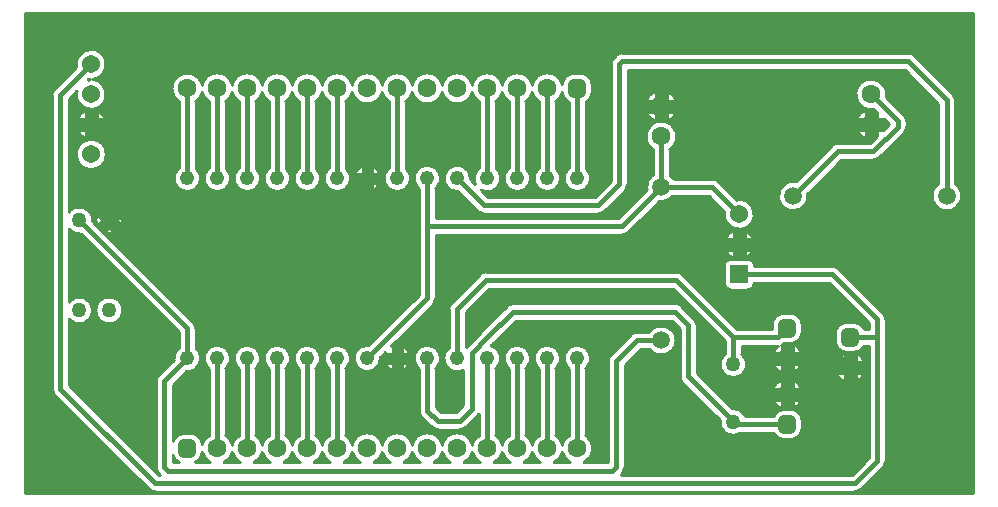
<source format=gbr>
G04 Generated by Ultiboard 14.0 *
%FSLAX24Y24*%
%MOIN*%

%ADD10C,0.0001*%
%ADD11C,0.0100*%
%ADD12C,0.0170*%
%ADD13C,0.0500*%
%ADD14C,0.0633*%
%ADD15R,0.0208X0.0208*%
%ADD16C,0.0392*%
%ADD17C,0.0490*%
%ADD18C,0.0605*%
%ADD19R,0.0605X0.0605*%
%ADD20C,0.0591*%


G04 ColorRGB 0000FF for the following layer *
%LNCopper Bottom*%
%LPD*%
G54D10*
G36*
X41399Y12500D02*
X41399Y12500D01*
X9800Y12500D01*
X9800Y28499D01*
X41399Y28499D01*
X41399Y12500D01*
D02*
G37*
%LPC*%
G36*
X36903Y20002D02*
G74*
D01*
G03X36700Y20086I202J202*
G01*
X36700Y20086D01*
X34103Y20086D01*
X34103Y20102D01*
G74*
D01*
G03X33902Y20303I201J0*
G01*
X33902Y20303D01*
X33298Y20303D01*
G75*
D01*
G03X33097Y20102I0J-201*
G01*
X33097Y20102D01*
X33097Y19498D01*
G75*
D01*
G03X33298Y19297I201J0*
G01*
X33298Y19297D01*
X33902Y19297D01*
G75*
D01*
G03X34103Y19498I0J201*
G01*
X34103Y19498D01*
X34103Y19514D01*
X36581Y19514D01*
X37745Y18350D01*
X37914Y18181D01*
X37914Y17986D01*
X37758Y17986D01*
G74*
D01*
G03X37404Y18202I354J182*
G01*
X37404Y18202D01*
X37196Y18202D01*
G75*
D01*
G03X36798Y17804I0J-398*
G01*
X36798Y17804D01*
X36798Y17596D01*
G75*
D01*
G03X37196Y17198I398J0*
G01*
X37196Y17198D01*
X37404Y17198D01*
G74*
D01*
G03X37758Y17414I0J398*
G01*
X37758Y17414D01*
X37914Y17414D01*
X37914Y13698D01*
X37745Y13529D01*
X37344Y13128D01*
X29654Y13128D01*
X29702Y13177D01*
G75*
D01*
G03X29786Y13379I-201J202*
G01*
X29786Y13379D01*
X29786Y16781D01*
X30319Y17314D01*
X30596Y17314D01*
G75*
D01*
G03X30596Y17886I403J286*
G01*
X30596Y17886D01*
X30200Y17886D01*
G75*
D01*
G03X29997Y17803I-2J-286*
G01*
X29997Y17803D01*
X29297Y17103D01*
G75*
D01*
G03X29214Y16900I204J-202*
G01*
X29214Y16900D01*
X29214Y13536D01*
X28428Y13536D01*
G75*
D01*
G03X28486Y14430I-227J464*
G01*
X28486Y14430D01*
X28486Y16659D01*
G75*
D01*
G03X27914Y16659I-286J341*
G01*
X27914Y16659D01*
X27914Y14430D01*
G74*
D01*
G03X27700Y14130I285J430*
G01*
G74*
D01*
G03X27486Y14430I499J130*
G01*
X27486Y14430D01*
X27486Y16659D01*
G75*
D01*
G03X26914Y16659I-286J341*
G01*
X26914Y16659D01*
X26914Y14430D01*
G74*
D01*
G03X26700Y14130I285J430*
G01*
G74*
D01*
G03X26486Y14430I499J130*
G01*
X26486Y14430D01*
X26486Y16659D01*
G75*
D01*
G03X25914Y16659I-286J341*
G01*
X25914Y16659D01*
X25914Y14430D01*
G74*
D01*
G03X25700Y14130I285J430*
G01*
G74*
D01*
G03X25486Y14430I499J130*
G01*
X25486Y14430D01*
X25486Y16659D01*
G75*
D01*
G03X25331Y17425I-286J341*
G01*
X25331Y17425D01*
X25402Y17496D01*
G74*
D01*
G03X25418Y17513I200J204*
G01*
X25418Y17513D01*
X26164Y18259D01*
X31352Y18259D01*
X31614Y17997D01*
X31614Y16400D01*
G75*
D01*
G03X31697Y16197I286J-2*
G01*
X31697Y16197D01*
X32954Y14941D01*
G75*
D01*
G03X33657Y14514I445J-59*
G01*
X33657Y14514D01*
X34742Y14514D01*
G75*
D01*
G03X35096Y14298I354J182*
G01*
X35096Y14298D01*
X35304Y14298D01*
G75*
D01*
G03X35702Y14696I0J398*
G01*
X35702Y14696D01*
X35702Y14904D01*
G74*
D01*
G03X35304Y15302I398J0*
G01*
X35304Y15302D01*
X35096Y15302D01*
G75*
D01*
G03X34742Y15086I0J-398*
G01*
X34742Y15086D01*
X33802Y15086D01*
G75*
D01*
G03X33373Y15332I-402J-203*
G01*
X33373Y15332D01*
X32186Y16519D01*
X32186Y18116D01*
G74*
D01*
G03X32102Y18319I286J1*
G01*
X32102Y18319D01*
X31673Y18747D01*
G74*
D01*
G03X31571Y18814I204J199*
G01*
G75*
D01*
G03X31470Y18832I-100J-268*
G01*
X31470Y18832D01*
X26045Y18832D01*
G75*
D01*
G03X26001Y18828I4J-287*
G01*
G74*
D01*
G03X25843Y18748I44J283*
G01*
X25843Y18748D01*
X24997Y17903D01*
G74*
D01*
G03X24982Y17885I213J193*
G01*
X24982Y17885D01*
X24486Y17390D01*
X24486Y18531D01*
X25269Y19314D01*
X31381Y19314D01*
X33114Y17581D01*
X33114Y17147D01*
G75*
D01*
G03X33686Y17147I286J-346*
G01*
X33686Y17147D01*
X33686Y17414D01*
X34890Y17414D01*
G74*
D01*
G03X34717Y17183I311J413*
G01*
X34717Y17183D01*
X35017Y17183D01*
X35017Y17439D01*
G74*
D01*
G03X35103Y17498I116J261*
G01*
X35103Y17498D01*
X35103Y17498D01*
X35304Y17498D01*
G75*
D01*
G03X35702Y17896I0J398*
G01*
X35702Y17896D01*
X35702Y18104D01*
G74*
D01*
G03X35304Y18502I398J0*
G01*
X35304Y18502D01*
X35096Y18502D01*
G75*
D01*
G03X34698Y18104I0J-398*
G01*
X34698Y18104D01*
X34698Y17986D01*
X33519Y17986D01*
X31703Y19802D01*
G74*
D01*
G03X31588Y19873I203J201*
G01*
G75*
D01*
G03X31500Y19886I-85J-273*
G01*
X31500Y19886D01*
X25150Y19886D01*
G75*
D01*
G03X25063Y19873I-2J-286*
G01*
G74*
D01*
G03X24947Y19803I86J273*
G01*
X24947Y19803D01*
X23997Y18853D01*
G75*
D01*
G03X23914Y18649I204J-202*
G01*
X23914Y18649D01*
X23914Y17341D01*
G75*
D01*
G03X24401Y16603I286J-341*
G01*
X24401Y16603D01*
X24401Y15432D01*
X24171Y15202D01*
X23666Y15202D01*
X23486Y15382D01*
X23486Y16659D01*
G75*
D01*
G03X22914Y16659I-286J341*
G01*
X22914Y16659D01*
X22914Y15264D01*
G75*
D01*
G03X22997Y15061I286J-2*
G01*
X22997Y15061D01*
X23345Y14713D01*
X23345Y14713D01*
G75*
D01*
G03X23548Y14629I202J202*
G01*
X23548Y14629D01*
X24289Y14629D01*
G75*
D01*
G03X24356Y14637I0J286*
G01*
G74*
D01*
G03X24492Y14713I66J277*
G01*
X24492Y14713D01*
X24889Y15110D01*
G74*
D01*
G03X24914Y15138I200J204*
G01*
X24914Y15138D01*
X24914Y14430D01*
G74*
D01*
G03X24700Y14130I285J430*
G01*
G75*
D01*
G03X23700Y14130I-500J-127*
G01*
G75*
D01*
G03X22700Y14130I-500J-127*
G01*
G75*
D01*
G03X21700Y14130I-500J-127*
G01*
G75*
D01*
G03X20700Y14130I-500J-127*
G01*
G74*
D01*
G03X20486Y14430I499J130*
G01*
X20486Y14430D01*
X20486Y16659D01*
G75*
D01*
G03X19914Y16659I-286J341*
G01*
X19914Y16659D01*
X19914Y14430D01*
G74*
D01*
G03X19700Y14130I285J430*
G01*
G74*
D01*
G03X19486Y14430I499J130*
G01*
X19486Y14430D01*
X19486Y16659D01*
G75*
D01*
G03X18914Y16659I-286J341*
G01*
X18914Y16659D01*
X18914Y14430D01*
G74*
D01*
G03X18700Y14130I285J430*
G01*
G74*
D01*
G03X18486Y14430I499J130*
G01*
X18486Y14430D01*
X18486Y16659D01*
G75*
D01*
G03X17914Y16659I-286J341*
G01*
X17914Y16659D01*
X17914Y14430D01*
G74*
D01*
G03X17700Y14130I285J430*
G01*
G74*
D01*
G03X17486Y14430I499J130*
G01*
X17486Y14430D01*
X17486Y16659D01*
G75*
D01*
G03X16914Y16659I-286J341*
G01*
X16914Y16659D01*
X16914Y14430D01*
G74*
D01*
G03X16700Y14130I285J430*
G01*
G74*
D01*
G03X16486Y14430I499J130*
G01*
X16486Y14430D01*
X16486Y16659D01*
G75*
D01*
G03X15914Y16659I-286J341*
G01*
X15914Y16659D01*
X15914Y14430D01*
G74*
D01*
G03X15701Y14133I286J430*
G01*
G74*
D01*
G03X15304Y14502I397J29*
G01*
X15304Y14502D01*
X15096Y14502D01*
G75*
D01*
G03X14724Y14245I0J-398*
G01*
X14724Y14245D01*
X14724Y16119D01*
X15162Y16557D01*
G75*
D01*
G03X15486Y17341I41J442*
G01*
X15486Y17341D01*
X15486Y18000D01*
G74*
D01*
G03X15402Y18203I286J1*
G01*
X15402Y18203D01*
X12415Y21190D01*
G75*
D01*
G03X12785Y21190I185J409*
G01*
X12785Y21190D01*
X12600Y21374D01*
X12415Y21190D01*
X12190Y21415D01*
X12322Y21547D01*
X12374Y21600D01*
X12190Y21785D01*
G75*
D01*
G03X12190Y21415I409J-185*
G01*
X12190Y21415D01*
X12058Y21547D01*
X12058Y21547D01*
X12048Y21557D01*
G75*
D01*
G03X11257Y21891I-448J43*
G01*
X11257Y21891D01*
X11257Y25652D01*
X11508Y25903D01*
G75*
D01*
G03X12050Y26300I491J-102*
G01*
G75*
D01*
G03X11506Y26711I-50J500*
G01*
X11506Y26711D01*
X10768Y25973D01*
G74*
D01*
G03X10685Y25790I202J202*
G01*
G75*
D01*
G03X10684Y25771I285J-25*
G01*
X10684Y25771D01*
X10684Y21547D01*
X10684Y21547D01*
X10684Y15997D01*
G75*
D01*
G03X10768Y15794I287J0*
G01*
X10768Y15794D01*
X13923Y12639D01*
G74*
D01*
G03X14030Y12572I202J204*
G01*
G75*
D01*
G03X14126Y12555I97J269*
G01*
X14126Y12555D01*
X37462Y12555D01*
G74*
D01*
G03X37665Y12639I0J287*
G01*
X37665Y12639D01*
X38402Y13377D01*
G75*
D01*
G03X38486Y13579I-201J202*
G01*
X38486Y13579D01*
X38486Y18300D01*
G74*
D01*
G03X38402Y18503I286J1*
G01*
X38402Y18503D01*
X37745Y19160D01*
X37745Y19160D01*
X36903Y20002D01*
D02*
G37*
G36*
X38102Y25293D02*
X38102Y25293D01*
X38183Y25212D01*
X38183Y24983D01*
X38412Y24983D01*
X38580Y24815D01*
X38382Y24617D01*
X38183Y24617D01*
X38183Y24418D01*
X37952Y24186D01*
X36889Y24186D01*
G75*
D01*
G03X36686Y24103I-2J-286*
G01*
X36686Y24103D01*
X35483Y22900D01*
G75*
D01*
G03X35888Y22495I-83J-488*
G01*
X35888Y22495D01*
X37007Y23614D01*
X38071Y23614D01*
G74*
D01*
G03X38273Y23698I0J286*
G01*
X38273Y23698D01*
X39102Y24527D01*
G75*
D01*
G03X39186Y24729I-201J202*
G01*
X39186Y24729D01*
X39186Y24900D01*
G74*
D01*
G03X39102Y25103I286J1*
G01*
X39102Y25103D01*
X38507Y25698D01*
G75*
D01*
G03X38102Y25293I-507J102*
G01*
D02*
G37*
G36*
X29886Y22800D02*
X29886Y22800D01*
X29886Y26614D01*
X39111Y26614D01*
X40232Y25493D01*
X40232Y22816D01*
G75*
D01*
G03X40804Y22816I286J-403*
G01*
X40804Y22816D01*
X40804Y25612D01*
G74*
D01*
G03X40720Y25815I286J1*
G01*
X40720Y25815D01*
X39433Y27102D01*
G74*
D01*
G03X39313Y27174I203J202*
G01*
G75*
D01*
G03X39230Y27186I-82J-274*
G01*
X39230Y27186D01*
X29700Y27186D01*
G75*
D01*
G03X29677Y27185I1J-286*
G01*
G74*
D01*
G03X29497Y27103I21J284*
G01*
X29497Y27103D01*
X29397Y27003D01*
G75*
D01*
G03X29314Y26799I204J-202*
G01*
X29314Y26799D01*
X29314Y22919D01*
X28781Y22386D01*
X25219Y22386D01*
X25005Y22600D01*
G75*
D01*
G03X25486Y23341I195J400*
G01*
X25486Y23341D01*
X25486Y25570D01*
G74*
D01*
G03X25700Y25870I285J430*
G01*
G74*
D01*
G03X25914Y25570I499J130*
G01*
X25914Y25570D01*
X25914Y23341D01*
G75*
D01*
G03X26486Y23341I286J-341*
G01*
X26486Y23341D01*
X26486Y25570D01*
G74*
D01*
G03X26700Y25870I285J430*
G01*
G74*
D01*
G03X26914Y25570I499J130*
G01*
X26914Y25570D01*
X26914Y23341D01*
G75*
D01*
G03X27486Y23341I286J-341*
G01*
X27486Y23341D01*
X27486Y25570D01*
G74*
D01*
G03X27699Y25867I286J430*
G01*
G74*
D01*
G03X27914Y25542I397J29*
G01*
X27914Y25542D01*
X27914Y23341D01*
G75*
D01*
G03X28486Y23341I286J-341*
G01*
X28486Y23341D01*
X28486Y25542D01*
G75*
D01*
G03X28702Y25896I-182J354*
G01*
X28702Y25896D01*
X28702Y26104D01*
G74*
D01*
G03X28304Y26502I398J0*
G01*
X28304Y26502D01*
X28096Y26502D01*
G75*
D01*
G03X27699Y26133I0J-398*
G01*
G75*
D01*
G03X26700Y26130I-499J-131*
G01*
G75*
D01*
G03X25700Y26130I-500J-127*
G01*
G75*
D01*
G03X24700Y26130I-500J-127*
G01*
G75*
D01*
G03X23700Y26130I-500J-127*
G01*
G75*
D01*
G03X22700Y26130I-500J-127*
G01*
G75*
D01*
G03X21700Y26130I-500J-127*
G01*
G75*
D01*
G03X20700Y26130I-500J-127*
G01*
G75*
D01*
G03X19700Y26130I-500J-127*
G01*
G75*
D01*
G03X18700Y26130I-500J-127*
G01*
G75*
D01*
G03X17700Y26130I-500J-127*
G01*
G75*
D01*
G03X16700Y26130I-500J-127*
G01*
G75*
D01*
G03X15700Y26130I-500J-127*
G01*
G75*
D01*
G03X14914Y25570I-499J-131*
G01*
X14914Y25570D01*
X14914Y23341D01*
G75*
D01*
G03X15486Y23341I286J-341*
G01*
X15486Y23341D01*
X15486Y25570D01*
G74*
D01*
G03X15700Y25870I285J430*
G01*
G74*
D01*
G03X15914Y25570I499J130*
G01*
X15914Y25570D01*
X15914Y23341D01*
G75*
D01*
G03X16486Y23341I286J-341*
G01*
X16486Y23341D01*
X16486Y25570D01*
G74*
D01*
G03X16700Y25870I285J430*
G01*
G74*
D01*
G03X16914Y25570I499J130*
G01*
X16914Y25570D01*
X16914Y23341D01*
G75*
D01*
G03X17486Y23341I286J-341*
G01*
X17486Y23341D01*
X17486Y25570D01*
G74*
D01*
G03X17700Y25870I285J430*
G01*
G74*
D01*
G03X17914Y25570I499J130*
G01*
X17914Y25570D01*
X17914Y23341D01*
G75*
D01*
G03X18486Y23341I286J-341*
G01*
X18486Y23341D01*
X18486Y25570D01*
G74*
D01*
G03X18700Y25870I285J430*
G01*
G74*
D01*
G03X18914Y25570I499J130*
G01*
X18914Y25570D01*
X18914Y23341D01*
G75*
D01*
G03X19486Y23341I286J-341*
G01*
X19486Y23341D01*
X19486Y25570D01*
G74*
D01*
G03X19700Y25870I285J430*
G01*
G74*
D01*
G03X19914Y25570I499J130*
G01*
X19914Y25570D01*
X19914Y23341D01*
G75*
D01*
G03X20486Y23341I286J-341*
G01*
X20486Y23341D01*
X20486Y25570D01*
G74*
D01*
G03X20700Y25870I285J430*
G01*
G75*
D01*
G03X21700Y25870I500J127*
G01*
G74*
D01*
G03X21914Y25570I499J130*
G01*
X21914Y25570D01*
X21914Y23341D01*
G75*
D01*
G03X22486Y23341I286J-341*
G01*
X22486Y23341D01*
X22486Y25570D01*
G74*
D01*
G03X22700Y25870I285J430*
G01*
G75*
D01*
G03X23700Y25870I500J127*
G01*
G75*
D01*
G03X24700Y25870I500J127*
G01*
G74*
D01*
G03X24914Y25570I499J130*
G01*
X24914Y25570D01*
X24914Y23341D01*
G75*
D01*
G03X24800Y22805I286J-341*
G01*
X24800Y22805D01*
X24643Y22962D01*
G75*
D01*
G03X24238Y22557I-442J37*
G01*
X24238Y22557D01*
X24897Y21897D01*
G74*
D01*
G03X25081Y21814I202J203*
G01*
G75*
D01*
G03X25100Y21814I10J286*
G01*
X25100Y21814D01*
X28900Y21814D01*
G75*
D01*
G03X28926Y21815I2J286*
G01*
G74*
D01*
G03X29103Y21898I26J285*
G01*
X29103Y21898D01*
X29802Y22597D01*
G75*
D01*
G03X29886Y22800I-202J202*
G01*
D02*
G37*
G36*
X37517Y24983D02*
X37517Y24983D01*
X37817Y24983D01*
X37817Y25283D01*
G74*
D01*
G03X37517Y24983I183J483*
G01*
D02*
G37*
G36*
X37517Y24617D02*
G74*
D01*
G03X37817Y24317I483J183*
G01*
X37817Y24317D01*
X37817Y24617D01*
X37517Y24617D01*
D02*
G37*
G36*
X37483Y17183D02*
X37483Y17183D01*
X37483Y16883D01*
X37783Y16883D01*
G74*
D01*
G03X37483Y17183I483J183*
G01*
D02*
G37*
G36*
X37483Y16217D02*
G74*
D01*
G03X37783Y16517I183J483*
G01*
X37783Y16517D01*
X37483Y16517D01*
X37483Y16217D01*
D02*
G37*
G36*
X29885Y21198D02*
X29885Y21198D01*
X30234Y21547D01*
X30234Y21547D01*
X30917Y22230D01*
G75*
D01*
G03X31391Y22414I83J488*
G01*
X31391Y22414D01*
X32581Y22414D01*
X33106Y21889D01*
G75*
D01*
G03X33511Y22294I493J-88*
G01*
X33511Y22294D01*
X32903Y22902D01*
G74*
D01*
G03X32804Y22967I203J201*
G01*
G75*
D01*
G03X32700Y22986I-103J-267*
G01*
X32700Y22986D01*
X31416Y22986D01*
G74*
D01*
G03X31286Y23122I416J267*
G01*
X31286Y23122D01*
X31286Y23970D01*
G75*
D01*
G03X30714Y23970I-286J429*
G01*
X30714Y23970D01*
X30714Y23122D01*
G75*
D01*
G03X30512Y22635I285J-404*
G01*
X30512Y22635D01*
X29563Y21686D01*
X23486Y21686D01*
X23486Y22659D01*
G75*
D01*
G03X22914Y22659I-286J341*
G01*
X22914Y22659D01*
X22914Y19119D01*
X21238Y17443D01*
G75*
D01*
G03X21643Y17038I-37J-442*
G01*
X21643Y17038D01*
X21800Y17195D01*
G74*
D01*
G03X21784Y17158I400J195*
G01*
X21784Y17158D01*
X22042Y17158D01*
X22042Y17416D01*
G74*
D01*
G03X22005Y17400I158J415*
G01*
X22005Y17400D01*
X23402Y18797D01*
G75*
D01*
G03X23486Y19000I-202J202*
G01*
X23486Y19000D01*
X23486Y21114D01*
X29682Y21114D01*
G75*
D01*
G03X29754Y21123I1J286*
G01*
G74*
D01*
G03X29885Y21198I72J277*
G01*
D02*
G37*
G36*
X13010Y21785D02*
X13010Y21785D01*
X12826Y21600D01*
X12878Y21547D01*
X13010Y21415D01*
G75*
D01*
G03X13010Y21785I-409J185*
G01*
D02*
G37*
G36*
X12767Y21547D02*
G75*
D01*
G03X12767Y21547I-167J53*
G01*
D02*
G37*
G36*
X37825Y24800D02*
G75*
D01*
G03X37825Y24800I175J0*
G01*
D02*
G37*
G36*
X21042Y22584D02*
X21042Y22584D01*
X21042Y22842D01*
X20784Y22842D01*
G74*
D01*
G03X21042Y22584I415J157*
G01*
D02*
G37*
G36*
X21025Y23000D02*
G75*
D01*
G03X21025Y23000I175J0*
G01*
D02*
G37*
G36*
X21616Y22842D02*
X21616Y22842D01*
X21358Y22842D01*
X21358Y22584D01*
G74*
D01*
G03X21616Y22842I157J415*
G01*
D02*
G37*
G36*
X20784Y23158D02*
X20784Y23158D01*
X21042Y23158D01*
X21042Y23416D01*
G74*
D01*
G03X20784Y23158I157J415*
G01*
D02*
G37*
G36*
X21358Y23416D02*
X21358Y23416D01*
X21358Y23158D01*
X21616Y23158D01*
G74*
D01*
G03X21358Y23416I415J157*
G01*
D02*
G37*
G36*
X30505Y25222D02*
G74*
D01*
G03X30822Y24905I390J73*
G01*
X30822Y24905D01*
X30822Y25222D01*
X30505Y25222D01*
D02*
G37*
G36*
X31178Y24905D02*
G74*
D01*
G03X31495Y25222I73J390*
G01*
X31495Y25222D01*
X31178Y25222D01*
X31178Y24905D01*
D02*
G37*
G36*
X30822Y25895D02*
G74*
D01*
G03X30505Y25578I73J390*
G01*
X30505Y25578D01*
X30822Y25578D01*
X30822Y25895D01*
D02*
G37*
G36*
X31495Y25578D02*
G74*
D01*
G03X31178Y25895I390J73*
G01*
X31178Y25895D01*
X31178Y25578D01*
X31495Y25578D01*
D02*
G37*
G36*
X30804Y25400D02*
G75*
D01*
G03X30804Y25400I196J0*
G01*
D02*
G37*
G36*
X12415Y22010D02*
X12415Y22010D01*
X12600Y21826D01*
X12785Y22010D01*
G75*
D01*
G03X12415Y22010I-185J-409*
G01*
D02*
G37*
G36*
X11498Y23800D02*
G75*
D01*
G03X11498Y23800I502J0*
G01*
D02*
G37*
G36*
X11822Y24330D02*
X11822Y24330D01*
X11822Y24622D01*
X11530Y24622D01*
G74*
D01*
G03X11822Y24330I470J178*
G01*
D02*
G37*
G36*
X12470Y24622D02*
X12470Y24622D01*
X12178Y24622D01*
X12178Y24330D01*
G74*
D01*
G03X12470Y24622I178J470*
G01*
D02*
G37*
G36*
X11530Y24978D02*
X11530Y24978D01*
X11822Y24978D01*
X11822Y25270D01*
G74*
D01*
G03X11530Y24978I178J470*
G01*
D02*
G37*
G36*
X11768Y24800D02*
G75*
D01*
G03X11768Y24800I232J0*
G01*
D02*
G37*
G36*
X12178Y25270D02*
X12178Y25270D01*
X12178Y24978D01*
X12470Y24978D01*
G74*
D01*
G03X12178Y25270I470J178*
G01*
D02*
G37*
G36*
X22025Y17000D02*
G75*
D01*
G03X22025Y17000I175J0*
G01*
D02*
G37*
G36*
X22616Y16842D02*
X22616Y16842D01*
X22358Y16842D01*
X22358Y16584D01*
G74*
D01*
G03X22616Y16842I157J415*
G01*
D02*
G37*
G36*
X22358Y17416D02*
X22358Y17416D01*
X22358Y17158D01*
X22616Y17158D01*
G74*
D01*
G03X22358Y17416I415J157*
G01*
D02*
G37*
G36*
X22042Y16584D02*
X22042Y16584D01*
X22042Y16842D01*
X21784Y16842D01*
G74*
D01*
G03X22042Y16584I415J157*
G01*
D02*
G37*
G36*
X34070Y20622D02*
X34070Y20622D01*
X33778Y20622D01*
X33778Y20330D01*
G74*
D01*
G03X34070Y20622I178J470*
G01*
D02*
G37*
G36*
X33422Y20330D02*
X33422Y20330D01*
X33422Y20622D01*
X33130Y20622D01*
G74*
D01*
G03X33422Y20330I470J178*
G01*
D02*
G37*
G36*
X33130Y20978D02*
X33130Y20978D01*
X33422Y20978D01*
X33422Y21270D01*
G74*
D01*
G03X33130Y20978I178J470*
G01*
D02*
G37*
G36*
X33778Y21270D02*
X33778Y21270D01*
X33778Y20978D01*
X34070Y20978D01*
G74*
D01*
G03X33778Y21270I470J178*
G01*
D02*
G37*
G36*
X33368Y20800D02*
G75*
D01*
G03X33368Y20800I232J0*
G01*
D02*
G37*
G36*
X35383Y17483D02*
X35383Y17483D01*
X35383Y17183D01*
X35683Y17183D01*
G74*
D01*
G03X35383Y17483I483J183*
G01*
D02*
G37*
G36*
X36817Y16883D02*
X36817Y16883D01*
X37117Y16883D01*
X37117Y17183D01*
G74*
D01*
G03X36817Y16883I183J483*
G01*
D02*
G37*
G36*
X35025Y17000D02*
G75*
D01*
G03X35025Y17000I175J0*
G01*
D02*
G37*
G36*
X37125Y16700D02*
G75*
D01*
G03X37125Y16700I175J0*
G01*
D02*
G37*
G36*
X37117Y16217D02*
X37117Y16217D01*
X37117Y16517D01*
X36817Y16517D01*
G74*
D01*
G03X37117Y16217I483J183*
G01*
D02*
G37*
G36*
X34717Y15983D02*
X34717Y15983D01*
X35017Y15983D01*
X35017Y16283D01*
G74*
D01*
G03X34717Y15983I183J483*
G01*
D02*
G37*
G36*
X35017Y16517D02*
X35017Y16517D01*
X35017Y16817D01*
X34717Y16817D01*
G74*
D01*
G03X35017Y16517I483J183*
G01*
D02*
G37*
G36*
X35683Y16817D02*
X35683Y16817D01*
X35383Y16817D01*
X35383Y16517D01*
G74*
D01*
G03X35683Y16817I183J483*
G01*
D02*
G37*
G36*
X35383Y16283D02*
X35383Y16283D01*
X35383Y15983D01*
X35683Y15983D01*
G74*
D01*
G03X35383Y16283I483J183*
G01*
D02*
G37*
G36*
X35017Y15317D02*
X35017Y15317D01*
X35017Y15617D01*
X34717Y15617D01*
G74*
D01*
G03X35017Y15317I483J183*
G01*
D02*
G37*
G36*
X35025Y15800D02*
G75*
D01*
G03X35025Y15800I175J0*
G01*
D02*
G37*
G36*
X35683Y15617D02*
X35683Y15617D01*
X35383Y15617D01*
X35383Y15317D01*
G74*
D01*
G03X35683Y15617I183J483*
G01*
D02*
G37*
%LPD*%
G36*
X11643Y21152D02*
X11643Y21152D01*
X14914Y17881D01*
X14914Y17341D01*
G75*
D01*
G03X14757Y16962I286J-341*
G01*
X14757Y16962D01*
X14235Y16440D01*
G75*
D01*
G03X14151Y16237I201J-202*
G01*
X14151Y16237D01*
X14151Y13380D01*
G75*
D01*
G03X14235Y13177I286J-1*
G01*
X14235Y13177D01*
X14284Y13128D01*
X14244Y13128D01*
X11257Y16115D01*
X11257Y18309D01*
G75*
D01*
G03X11257Y18891I342J291*
G01*
X11257Y18891D01*
X11257Y21309D01*
G75*
D01*
G03X11643Y21152I343J290*
G01*
D02*
G37*
%LPC*%
G36*
X12150Y18600D02*
G75*
D01*
G03X12150Y18600I450J0*
G01*
D02*
G37*
%LPD*%
G36*
X16700Y13870D02*
G74*
D01*
G03X16972Y13536I500J129*
G01*
X16972Y13536D01*
X16428Y13536D01*
G74*
D01*
G03X16700Y13870I228J463*
G01*
D02*
G37*
G36*
X17700Y13870D02*
G74*
D01*
G03X17972Y13536I500J129*
G01*
X17972Y13536D01*
X17428Y13536D01*
G74*
D01*
G03X17700Y13870I228J463*
G01*
D02*
G37*
G36*
X18972Y13536D02*
X18972Y13536D01*
X18428Y13536D01*
G74*
D01*
G03X18700Y13870I228J463*
G01*
G74*
D01*
G03X18972Y13536I500J129*
G01*
D02*
G37*
G36*
X19700Y13870D02*
G74*
D01*
G03X19972Y13536I500J129*
G01*
X19972Y13536D01*
X19428Y13536D01*
G74*
D01*
G03X19700Y13870I228J463*
G01*
D02*
G37*
G36*
X20700Y13870D02*
G74*
D01*
G03X20972Y13536I500J129*
G01*
X20972Y13536D01*
X20428Y13536D01*
G74*
D01*
G03X20700Y13870I228J463*
G01*
D02*
G37*
G36*
X21700Y13870D02*
G74*
D01*
G03X21972Y13536I500J129*
G01*
X21972Y13536D01*
X21428Y13536D01*
G74*
D01*
G03X21700Y13870I228J463*
G01*
D02*
G37*
G36*
X22972Y13536D02*
X22972Y13536D01*
X22428Y13536D01*
G74*
D01*
G03X22700Y13870I228J463*
G01*
G74*
D01*
G03X22972Y13536I500J129*
G01*
D02*
G37*
G36*
X23700Y13870D02*
G74*
D01*
G03X23972Y13536I500J129*
G01*
X23972Y13536D01*
X23428Y13536D01*
G74*
D01*
G03X23700Y13870I228J463*
G01*
D02*
G37*
G36*
X24428Y13536D02*
G74*
D01*
G03X24700Y13870I228J463*
G01*
G74*
D01*
G03X24972Y13536I500J129*
G01*
X24972Y13536D01*
X24428Y13536D01*
D02*
G37*
G36*
X25972Y13536D02*
X25972Y13536D01*
X25428Y13536D01*
G74*
D01*
G03X25700Y13870I228J463*
G01*
G74*
D01*
G03X25972Y13536I500J129*
G01*
D02*
G37*
G36*
X26972Y13536D02*
X26972Y13536D01*
X26428Y13536D01*
G74*
D01*
G03X26700Y13870I228J463*
G01*
G74*
D01*
G03X26972Y13536I500J129*
G01*
D02*
G37*
G36*
X27700Y13870D02*
G74*
D01*
G03X27972Y13536I500J129*
G01*
X27972Y13536D01*
X27428Y13536D01*
G74*
D01*
G03X27700Y13870I228J463*
G01*
D02*
G37*
G36*
X15701Y13867D02*
G74*
D01*
G03X15972Y13536I499J132*
G01*
X15972Y13536D01*
X15474Y13536D01*
G74*
D01*
G03X15701Y13867I170J360*
G01*
D02*
G37*
G36*
X14926Y13536D02*
X14926Y13536D01*
X14724Y13536D01*
X14724Y13755D01*
G74*
D01*
G03X14926Y13536I371J140*
G01*
D02*
G37*
G36*
X11950Y26300D02*
G74*
D01*
G03X11897Y26292I48J500*
G01*
X11897Y26292D01*
X11911Y26306D01*
G74*
D01*
G03X11950Y26300I96J492*
G01*
D02*
G37*
G54D11*
X36903Y20002D02*
G74*
D01*
G03X36700Y20086I202J202*
G01*
X34103Y20086D01*
X34103Y20102D01*
G74*
D01*
G03X33902Y20303I201J0*
G01*
X33298Y20303D01*
G75*
D01*
G03X33097Y20102I0J-201*
G01*
X33097Y19498D01*
G75*
D01*
G03X33298Y19297I201J0*
G01*
X33902Y19297D01*
G75*
D01*
G03X34103Y19498I0J201*
G01*
X34103Y19514D01*
X36581Y19514D01*
X37745Y18350D01*
X37914Y18181D01*
X37914Y17986D01*
X37758Y17986D01*
G74*
D01*
G03X37404Y18202I354J182*
G01*
X37196Y18202D01*
G75*
D01*
G03X36798Y17804I0J-398*
G01*
X36798Y17596D01*
G75*
D01*
G03X37196Y17198I398J0*
G01*
X37404Y17198D01*
G74*
D01*
G03X37758Y17414I0J398*
G01*
X37914Y17414D01*
X37914Y13698D01*
X37745Y13529D01*
X37344Y13128D01*
X29654Y13128D01*
X29702Y13177D01*
G75*
D01*
G03X29786Y13379I-201J202*
G01*
X29786Y16781D01*
X30319Y17314D01*
X30596Y17314D01*
G75*
D01*
G03X30596Y17886I403J286*
G01*
X30200Y17886D01*
G75*
D01*
G03X29997Y17803I-2J-286*
G01*
X29297Y17103D01*
G75*
D01*
G03X29214Y16900I204J-202*
G01*
X29214Y13536D01*
X28428Y13536D01*
G75*
D01*
G03X28486Y14430I-227J464*
G01*
X28486Y16659D01*
G75*
D01*
G03X27914Y16659I-286J341*
G01*
X27914Y14430D01*
G74*
D01*
G03X27700Y14130I285J430*
G01*
G74*
D01*
G03X27486Y14430I499J130*
G01*
X27486Y16659D01*
G75*
D01*
G03X26914Y16659I-286J341*
G01*
X26914Y14430D01*
G74*
D01*
G03X26700Y14130I285J430*
G01*
G74*
D01*
G03X26486Y14430I499J130*
G01*
X26486Y16659D01*
G75*
D01*
G03X25914Y16659I-286J341*
G01*
X25914Y14430D01*
G74*
D01*
G03X25700Y14130I285J430*
G01*
G74*
D01*
G03X25486Y14430I499J130*
G01*
X25486Y16659D01*
G75*
D01*
G03X25331Y17425I-286J341*
G01*
X25402Y17496D01*
G74*
D01*
G03X25418Y17513I200J204*
G01*
X26164Y18259D01*
X31352Y18259D01*
X31614Y17997D01*
X31614Y16400D01*
G75*
D01*
G03X31697Y16197I286J-2*
G01*
X32954Y14941D01*
G75*
D01*
G03X33657Y14514I445J-59*
G01*
X34742Y14514D01*
G75*
D01*
G03X35096Y14298I354J182*
G01*
X35304Y14298D01*
G75*
D01*
G03X35702Y14696I0J398*
G01*
X35702Y14904D01*
G74*
D01*
G03X35304Y15302I398J0*
G01*
X35096Y15302D01*
G75*
D01*
G03X34742Y15086I0J-398*
G01*
X33802Y15086D01*
G75*
D01*
G03X33373Y15332I-402J-203*
G01*
X32186Y16519D01*
X32186Y18116D01*
G74*
D01*
G03X32102Y18319I286J1*
G01*
X31673Y18747D01*
G74*
D01*
G03X31571Y18814I204J199*
G01*
G75*
D01*
G03X31470Y18832I-100J-268*
G01*
X26045Y18832D01*
G75*
D01*
G03X26001Y18828I4J-287*
G01*
G74*
D01*
G03X25843Y18748I44J283*
G01*
X24997Y17903D01*
G74*
D01*
G03X24982Y17885I213J193*
G01*
X24486Y17390D01*
X24486Y18531D01*
X25269Y19314D01*
X31381Y19314D01*
X33114Y17581D01*
X33114Y17147D01*
G75*
D01*
G03X33686Y17147I286J-346*
G01*
X33686Y17414D01*
X34890Y17414D01*
G74*
D01*
G03X34717Y17183I311J413*
G01*
X35017Y17183D01*
X35017Y17439D01*
G74*
D01*
G03X35103Y17498I116J261*
G01*
X35103Y17498D01*
X35304Y17498D01*
G75*
D01*
G03X35702Y17896I0J398*
G01*
X35702Y18104D01*
G74*
D01*
G03X35304Y18502I398J0*
G01*
X35096Y18502D01*
G75*
D01*
G03X34698Y18104I0J-398*
G01*
X34698Y17986D01*
X33519Y17986D01*
X31703Y19802D01*
G74*
D01*
G03X31588Y19873I203J201*
G01*
G75*
D01*
G03X31500Y19886I-85J-273*
G01*
X25150Y19886D01*
G75*
D01*
G03X25063Y19873I-2J-286*
G01*
G74*
D01*
G03X24947Y19803I86J273*
G01*
X23997Y18853D01*
G75*
D01*
G03X23914Y18649I204J-202*
G01*
X23914Y17341D01*
G75*
D01*
G03X24401Y16603I286J-341*
G01*
X24401Y15432D01*
X24171Y15202D01*
X23666Y15202D01*
X23486Y15382D01*
X23486Y16659D01*
G75*
D01*
G03X22914Y16659I-286J341*
G01*
X22914Y15264D01*
G75*
D01*
G03X22997Y15061I286J-2*
G01*
X23345Y14713D01*
X23345Y14713D01*
G75*
D01*
G03X23548Y14629I202J202*
G01*
X24289Y14629D01*
G75*
D01*
G03X24356Y14637I0J286*
G01*
G74*
D01*
G03X24492Y14713I66J277*
G01*
X24889Y15110D01*
G74*
D01*
G03X24914Y15138I200J204*
G01*
X24914Y14430D01*
G74*
D01*
G03X24700Y14130I285J430*
G01*
G75*
D01*
G03X23700Y14130I-500J-127*
G01*
G75*
D01*
G03X22700Y14130I-500J-127*
G01*
G75*
D01*
G03X21700Y14130I-500J-127*
G01*
G75*
D01*
G03X20700Y14130I-500J-127*
G01*
G74*
D01*
G03X20486Y14430I499J130*
G01*
X20486Y16659D01*
G75*
D01*
G03X19914Y16659I-286J341*
G01*
X19914Y14430D01*
G74*
D01*
G03X19700Y14130I285J430*
G01*
G74*
D01*
G03X19486Y14430I499J130*
G01*
X19486Y16659D01*
G75*
D01*
G03X18914Y16659I-286J341*
G01*
X18914Y14430D01*
G74*
D01*
G03X18700Y14130I285J430*
G01*
G74*
D01*
G03X18486Y14430I499J130*
G01*
X18486Y16659D01*
G75*
D01*
G03X17914Y16659I-286J341*
G01*
X17914Y14430D01*
G74*
D01*
G03X17700Y14130I285J430*
G01*
G74*
D01*
G03X17486Y14430I499J130*
G01*
X17486Y16659D01*
G75*
D01*
G03X16914Y16659I-286J341*
G01*
X16914Y14430D01*
G74*
D01*
G03X16700Y14130I285J430*
G01*
G74*
D01*
G03X16486Y14430I499J130*
G01*
X16486Y16659D01*
G75*
D01*
G03X15914Y16659I-286J341*
G01*
X15914Y14430D01*
G74*
D01*
G03X15701Y14133I286J430*
G01*
G74*
D01*
G03X15304Y14502I397J29*
G01*
X15096Y14502D01*
G75*
D01*
G03X14724Y14245I0J-398*
G01*
X14724Y16119D01*
X15162Y16557D01*
G75*
D01*
G03X15486Y17341I41J442*
G01*
X15486Y18000D01*
G74*
D01*
G03X15402Y18203I286J1*
G01*
X12415Y21190D01*
G75*
D01*
G03X12785Y21190I185J409*
G01*
X12600Y21374D01*
X12415Y21190D01*
X12190Y21415D01*
X12322Y21547D01*
X12374Y21600D01*
X12190Y21785D01*
G75*
D01*
G03X12190Y21415I409J-185*
G01*
X12058Y21547D01*
X12058Y21547D01*
X12048Y21557D01*
G75*
D01*
G03X11257Y21891I-448J43*
G01*
X11257Y25652D01*
X11508Y25903D01*
G75*
D01*
G03X12050Y26300I491J-102*
G01*
G75*
D01*
G03X11506Y26711I-50J500*
G01*
X10768Y25973D01*
G74*
D01*
G03X10685Y25790I202J202*
G01*
G75*
D01*
G03X10684Y25771I285J-25*
G01*
X10684Y21547D01*
X10684Y21547D01*
X10684Y15997D01*
G75*
D01*
G03X10768Y15794I287J0*
G01*
X13923Y12639D01*
G74*
D01*
G03X14030Y12572I202J204*
G01*
G75*
D01*
G03X14126Y12555I97J269*
G01*
X37462Y12555D01*
G74*
D01*
G03X37665Y12639I0J287*
G01*
X38402Y13377D01*
G75*
D01*
G03X38486Y13579I-201J202*
G01*
X38486Y18300D01*
G74*
D01*
G03X38402Y18503I286J1*
G01*
X37745Y19160D01*
X37745Y19160D01*
X36903Y20002D01*
X38102Y25293D02*
X38183Y25212D01*
X38183Y24983D01*
X38412Y24983D01*
X38580Y24815D01*
X38382Y24617D01*
X38183Y24617D01*
X38183Y24418D01*
X37952Y24186D01*
X36889Y24186D01*
G75*
D01*
G03X36686Y24103I-2J-286*
G01*
X35483Y22900D01*
G75*
D01*
G03X35888Y22495I-83J-488*
G01*
X37007Y23614D01*
X38071Y23614D01*
G74*
D01*
G03X38273Y23698I0J286*
G01*
X39102Y24527D01*
G75*
D01*
G03X39186Y24729I-201J202*
G01*
X39186Y24900D01*
G74*
D01*
G03X39102Y25103I286J1*
G01*
X38507Y25698D01*
G75*
D01*
G03X38102Y25293I-507J102*
G01*
X29886Y22800D02*
X29886Y26614D01*
X39111Y26614D01*
X40232Y25493D01*
X40232Y22816D01*
G75*
D01*
G03X40804Y22816I286J-403*
G01*
X40804Y25612D01*
G74*
D01*
G03X40720Y25815I286J1*
G01*
X39433Y27102D01*
G74*
D01*
G03X39313Y27174I203J202*
G01*
G75*
D01*
G03X39230Y27186I-82J-274*
G01*
X29700Y27186D01*
G75*
D01*
G03X29677Y27185I1J-286*
G01*
G74*
D01*
G03X29497Y27103I21J284*
G01*
X29397Y27003D01*
G75*
D01*
G03X29314Y26799I204J-202*
G01*
X29314Y22919D01*
X28781Y22386D01*
X25219Y22386D01*
X25005Y22600D01*
G75*
D01*
G03X25486Y23341I195J400*
G01*
X25486Y25570D01*
G74*
D01*
G03X25700Y25870I285J430*
G01*
G74*
D01*
G03X25914Y25570I499J130*
G01*
X25914Y23341D01*
G75*
D01*
G03X26486Y23341I286J-341*
G01*
X26486Y25570D01*
G74*
D01*
G03X26700Y25870I285J430*
G01*
G74*
D01*
G03X26914Y25570I499J130*
G01*
X26914Y23341D01*
G75*
D01*
G03X27486Y23341I286J-341*
G01*
X27486Y25570D01*
G74*
D01*
G03X27699Y25867I286J430*
G01*
G74*
D01*
G03X27914Y25542I397J29*
G01*
X27914Y23341D01*
G75*
D01*
G03X28486Y23341I286J-341*
G01*
X28486Y25542D01*
G75*
D01*
G03X28702Y25896I-182J354*
G01*
X28702Y26104D01*
G74*
D01*
G03X28304Y26502I398J0*
G01*
X28096Y26502D01*
G75*
D01*
G03X27699Y26133I0J-398*
G01*
G75*
D01*
G03X26700Y26130I-499J-131*
G01*
G75*
D01*
G03X25700Y26130I-500J-127*
G01*
G75*
D01*
G03X24700Y26130I-500J-127*
G01*
G75*
D01*
G03X23700Y26130I-500J-127*
G01*
G75*
D01*
G03X22700Y26130I-500J-127*
G01*
G75*
D01*
G03X21700Y26130I-500J-127*
G01*
G75*
D01*
G03X20700Y26130I-500J-127*
G01*
G75*
D01*
G03X19700Y26130I-500J-127*
G01*
G75*
D01*
G03X18700Y26130I-500J-127*
G01*
G75*
D01*
G03X17700Y26130I-500J-127*
G01*
G75*
D01*
G03X16700Y26130I-500J-127*
G01*
G75*
D01*
G03X15700Y26130I-500J-127*
G01*
G75*
D01*
G03X14914Y25570I-499J-131*
G01*
X14914Y23341D01*
G75*
D01*
G03X15486Y23341I286J-341*
G01*
X15486Y25570D01*
G74*
D01*
G03X15700Y25870I285J430*
G01*
G74*
D01*
G03X15914Y25570I499J130*
G01*
X15914Y23341D01*
G75*
D01*
G03X16486Y23341I286J-341*
G01*
X16486Y25570D01*
G74*
D01*
G03X16700Y25870I285J430*
G01*
G74*
D01*
G03X16914Y25570I499J130*
G01*
X16914Y23341D01*
G75*
D01*
G03X17486Y23341I286J-341*
G01*
X17486Y25570D01*
G74*
D01*
G03X17700Y25870I285J430*
G01*
G74*
D01*
G03X17914Y25570I499J130*
G01*
X17914Y23341D01*
G75*
D01*
G03X18486Y23341I286J-341*
G01*
X18486Y25570D01*
G74*
D01*
G03X18700Y25870I285J430*
G01*
G74*
D01*
G03X18914Y25570I499J130*
G01*
X18914Y23341D01*
G75*
D01*
G03X19486Y23341I286J-341*
G01*
X19486Y25570D01*
G74*
D01*
G03X19700Y25870I285J430*
G01*
G74*
D01*
G03X19914Y25570I499J130*
G01*
X19914Y23341D01*
G75*
D01*
G03X20486Y23341I286J-341*
G01*
X20486Y25570D01*
G74*
D01*
G03X20700Y25870I285J430*
G01*
G75*
D01*
G03X21700Y25870I500J127*
G01*
G74*
D01*
G03X21914Y25570I499J130*
G01*
X21914Y23341D01*
G75*
D01*
G03X22486Y23341I286J-341*
G01*
X22486Y25570D01*
G74*
D01*
G03X22700Y25870I285J430*
G01*
G75*
D01*
G03X23700Y25870I500J127*
G01*
G75*
D01*
G03X24700Y25870I500J127*
G01*
G74*
D01*
G03X24914Y25570I499J130*
G01*
X24914Y23341D01*
G75*
D01*
G03X24800Y22805I286J-341*
G01*
X24643Y22962D01*
G75*
D01*
G03X24238Y22557I-442J37*
G01*
X24897Y21897D01*
G74*
D01*
G03X25081Y21814I202J203*
G01*
G75*
D01*
G03X25100Y21814I10J286*
G01*
X28900Y21814D01*
G75*
D01*
G03X28926Y21815I2J286*
G01*
G74*
D01*
G03X29103Y21898I26J285*
G01*
X29802Y22597D01*
G75*
D01*
G03X29886Y22800I-202J202*
G01*
X37517Y24983D02*
X37817Y24983D01*
X37817Y25283D01*
G74*
D01*
G03X37517Y24983I183J483*
G01*
X37517Y24617D02*
G74*
D01*
G03X37817Y24317I483J183*
G01*
X37817Y24617D01*
X37517Y24617D01*
X37483Y17183D02*
X37483Y16883D01*
X37783Y16883D01*
G74*
D01*
G03X37483Y17183I483J183*
G01*
X37483Y16217D02*
G74*
D01*
G03X37783Y16517I183J483*
G01*
X37483Y16517D01*
X37483Y16217D01*
X29885Y21198D02*
X30234Y21547D01*
X30234Y21547D01*
X30917Y22230D01*
G75*
D01*
G03X31391Y22414I83J488*
G01*
X32581Y22414D01*
X33106Y21889D01*
G75*
D01*
G03X33511Y22294I493J-88*
G01*
X32903Y22902D01*
G74*
D01*
G03X32804Y22967I203J201*
G01*
G75*
D01*
G03X32700Y22986I-103J-267*
G01*
X31416Y22986D01*
G74*
D01*
G03X31286Y23122I416J267*
G01*
X31286Y23970D01*
G75*
D01*
G03X30714Y23970I-286J429*
G01*
X30714Y23122D01*
G75*
D01*
G03X30512Y22635I285J-404*
G01*
X29563Y21686D01*
X23486Y21686D01*
X23486Y22659D01*
G75*
D01*
G03X22914Y22659I-286J341*
G01*
X22914Y19119D01*
X21238Y17443D01*
G75*
D01*
G03X21643Y17038I-37J-442*
G01*
X21800Y17195D01*
G74*
D01*
G03X21784Y17158I400J195*
G01*
X22042Y17158D01*
X22042Y17416D01*
G74*
D01*
G03X22005Y17400I158J415*
G01*
X23402Y18797D01*
G75*
D01*
G03X23486Y19000I-202J202*
G01*
X23486Y21114D01*
X29682Y21114D01*
G75*
D01*
G03X29754Y21123I1J286*
G01*
G74*
D01*
G03X29885Y21198I72J277*
G01*
X13010Y21785D02*
X12826Y21600D01*
X12878Y21547D01*
X13010Y21415D01*
G75*
D01*
G03X13010Y21785I-409J185*
G01*
X12767Y21547D02*
G75*
D01*
G03X12767Y21547I-167J53*
G01*
X37825Y24800D02*
G75*
D01*
G03X37825Y24800I175J0*
G01*
X21042Y22584D02*
X21042Y22842D01*
X20784Y22842D01*
G74*
D01*
G03X21042Y22584I415J157*
G01*
X21025Y23000D02*
G75*
D01*
G03X21025Y23000I175J0*
G01*
X21616Y22842D02*
X21358Y22842D01*
X21358Y22584D01*
G74*
D01*
G03X21616Y22842I157J415*
G01*
X20784Y23158D02*
X21042Y23158D01*
X21042Y23416D01*
G74*
D01*
G03X20784Y23158I157J415*
G01*
X21358Y23416D02*
X21358Y23158D01*
X21616Y23158D01*
G74*
D01*
G03X21358Y23416I415J157*
G01*
X30505Y25222D02*
G74*
D01*
G03X30822Y24905I390J73*
G01*
X30822Y25222D01*
X30505Y25222D01*
X31178Y24905D02*
G74*
D01*
G03X31495Y25222I73J390*
G01*
X31178Y25222D01*
X31178Y24905D01*
X30822Y25895D02*
G74*
D01*
G03X30505Y25578I73J390*
G01*
X30822Y25578D01*
X30822Y25895D01*
X31495Y25578D02*
G74*
D01*
G03X31178Y25895I390J73*
G01*
X31178Y25578D01*
X31495Y25578D01*
X30804Y25400D02*
G75*
D01*
G03X30804Y25400I196J0*
G01*
X12415Y22010D02*
X12600Y21826D01*
X12785Y22010D01*
G75*
D01*
G03X12415Y22010I-185J-409*
G01*
X11498Y23800D02*
G75*
D01*
G03X11498Y23800I502J0*
G01*
X11822Y24330D02*
X11822Y24622D01*
X11530Y24622D01*
G74*
D01*
G03X11822Y24330I470J178*
G01*
X12470Y24622D02*
X12178Y24622D01*
X12178Y24330D01*
G74*
D01*
G03X12470Y24622I178J470*
G01*
X11530Y24978D02*
X11822Y24978D01*
X11822Y25270D01*
G74*
D01*
G03X11530Y24978I178J470*
G01*
X11768Y24800D02*
G75*
D01*
G03X11768Y24800I232J0*
G01*
X12178Y25270D02*
X12178Y24978D01*
X12470Y24978D01*
G74*
D01*
G03X12178Y25270I470J178*
G01*
X22025Y17000D02*
G75*
D01*
G03X22025Y17000I175J0*
G01*
X22616Y16842D02*
X22358Y16842D01*
X22358Y16584D01*
G74*
D01*
G03X22616Y16842I157J415*
G01*
X22358Y17416D02*
X22358Y17158D01*
X22616Y17158D01*
G74*
D01*
G03X22358Y17416I415J157*
G01*
X22042Y16584D02*
X22042Y16842D01*
X21784Y16842D01*
G74*
D01*
G03X22042Y16584I415J157*
G01*
X34070Y20622D02*
X33778Y20622D01*
X33778Y20330D01*
G74*
D01*
G03X34070Y20622I178J470*
G01*
X33422Y20330D02*
X33422Y20622D01*
X33130Y20622D01*
G74*
D01*
G03X33422Y20330I470J178*
G01*
X33130Y20978D02*
X33422Y20978D01*
X33422Y21270D01*
G74*
D01*
G03X33130Y20978I178J470*
G01*
X33778Y21270D02*
X33778Y20978D01*
X34070Y20978D01*
G74*
D01*
G03X33778Y21270I470J178*
G01*
X33368Y20800D02*
G75*
D01*
G03X33368Y20800I232J0*
G01*
X35383Y17483D02*
X35383Y17183D01*
X35683Y17183D01*
G74*
D01*
G03X35383Y17483I483J183*
G01*
X36817Y16883D02*
X37117Y16883D01*
X37117Y17183D01*
G74*
D01*
G03X36817Y16883I183J483*
G01*
X35025Y17000D02*
G75*
D01*
G03X35025Y17000I175J0*
G01*
X37125Y16700D02*
G75*
D01*
G03X37125Y16700I175J0*
G01*
X37117Y16217D02*
X37117Y16517D01*
X36817Y16517D01*
G74*
D01*
G03X37117Y16217I483J183*
G01*
X34717Y15983D02*
X35017Y15983D01*
X35017Y16283D01*
G74*
D01*
G03X34717Y15983I183J483*
G01*
X35017Y16517D02*
X35017Y16817D01*
X34717Y16817D01*
G74*
D01*
G03X35017Y16517I483J183*
G01*
X35683Y16817D02*
X35383Y16817D01*
X35383Y16517D01*
G74*
D01*
G03X35683Y16817I183J483*
G01*
X35383Y16283D02*
X35383Y15983D01*
X35683Y15983D01*
G74*
D01*
G03X35383Y16283I483J183*
G01*
X35017Y15317D02*
X35017Y15617D01*
X34717Y15617D01*
G74*
D01*
G03X35017Y15317I483J183*
G01*
X35025Y15800D02*
G75*
D01*
G03X35025Y15800I175J0*
G01*
X35683Y15617D02*
X35383Y15617D01*
X35383Y15317D01*
G74*
D01*
G03X35683Y15617I183J483*
G01*
X41399Y12500D02*
X9800Y12500D01*
X9800Y28499D01*
X41399Y28499D01*
X41399Y12500D01*
X12150Y18600D02*
G75*
D01*
G03X12150Y18600I450J0*
G01*
X11643Y21152D02*
X14914Y17881D01*
X14914Y17341D01*
G75*
D01*
G03X14757Y16962I286J-341*
G01*
X14235Y16440D01*
G75*
D01*
G03X14151Y16237I201J-202*
G01*
X14151Y13380D01*
G75*
D01*
G03X14235Y13177I286J-1*
G01*
X14284Y13128D01*
X14244Y13128D01*
X11257Y16115D01*
X11257Y18309D01*
G75*
D01*
G03X11257Y18891I342J291*
G01*
X11257Y21309D01*
G75*
D01*
G03X11643Y21152I343J290*
G01*
X14926Y13536D02*
X14724Y13536D01*
X14724Y13755D01*
G74*
D01*
G03X14926Y13536I371J140*
G01*
X15701Y13867D02*
G74*
D01*
G03X15972Y13536I499J132*
G01*
X15474Y13536D01*
G74*
D01*
G03X15701Y13867I170J360*
G01*
X16700Y13870D02*
G74*
D01*
G03X16972Y13536I500J129*
G01*
X16428Y13536D01*
G74*
D01*
G03X16700Y13870I228J463*
G01*
X17700Y13870D02*
G74*
D01*
G03X17972Y13536I500J129*
G01*
X17428Y13536D01*
G74*
D01*
G03X17700Y13870I228J463*
G01*
X18972Y13536D02*
X18428Y13536D01*
G74*
D01*
G03X18700Y13870I228J463*
G01*
G74*
D01*
G03X18972Y13536I500J129*
G01*
X19700Y13870D02*
G74*
D01*
G03X19972Y13536I500J129*
G01*
X19428Y13536D01*
G74*
D01*
G03X19700Y13870I228J463*
G01*
X20700Y13870D02*
G74*
D01*
G03X20972Y13536I500J129*
G01*
X20428Y13536D01*
G74*
D01*
G03X20700Y13870I228J463*
G01*
X21700Y13870D02*
G74*
D01*
G03X21972Y13536I500J129*
G01*
X21428Y13536D01*
G74*
D01*
G03X21700Y13870I228J463*
G01*
X22972Y13536D02*
X22428Y13536D01*
G74*
D01*
G03X22700Y13870I228J463*
G01*
G74*
D01*
G03X22972Y13536I500J129*
G01*
X23700Y13870D02*
G74*
D01*
G03X23972Y13536I500J129*
G01*
X23428Y13536D01*
G74*
D01*
G03X23700Y13870I228J463*
G01*
X24428Y13536D02*
G74*
D01*
G03X24700Y13870I228J463*
G01*
G74*
D01*
G03X24972Y13536I500J129*
G01*
X24428Y13536D01*
X25972Y13536D02*
X25428Y13536D01*
G74*
D01*
G03X25700Y13870I228J463*
G01*
G74*
D01*
G03X25972Y13536I500J129*
G01*
X26972Y13536D02*
X26428Y13536D01*
G74*
D01*
G03X26700Y13870I228J463*
G01*
G74*
D01*
G03X26972Y13536I500J129*
G01*
X27700Y13870D02*
G74*
D01*
G03X27972Y13536I500J129*
G01*
X27428Y13536D01*
G74*
D01*
G03X27700Y13870I228J463*
G01*
X11950Y26300D02*
G74*
D01*
G03X11897Y26292I48J500*
G01*
X11911Y26306D01*
G74*
D01*
G03X11950Y26300I96J492*
G01*
G54D12*
X27200Y14000D02*
X27200Y17000D01*
X17200Y26000D02*
X17200Y23000D01*
X20200Y14000D02*
X20200Y17000D01*
X23200Y19000D02*
X23200Y23000D01*
X21200Y17000D02*
X23200Y19000D01*
X29682Y21400D02*
X23200Y21400D01*
X31000Y22718D02*
X29682Y21400D01*
X31000Y24400D02*
X31000Y22718D01*
X32700Y22700D02*
X31009Y22700D01*
X33600Y21800D02*
X32700Y22700D01*
X16200Y14000D02*
X16200Y17000D01*
X16200Y26000D02*
X16200Y23000D01*
X24200Y18650D02*
X24200Y17000D01*
X25150Y19600D02*
X24200Y18650D01*
X25150Y19600D02*
X31500Y19600D01*
X33400Y17700D02*
X31500Y19600D01*
X34900Y17700D02*
X33400Y17700D01*
X33400Y16800D01*
X35200Y18000D02*
X34900Y17700D01*
X17200Y14000D02*
X17200Y17000D01*
X19200Y26000D02*
X19200Y23000D01*
X22200Y23000D02*
X22200Y26000D01*
X26200Y23000D02*
X26200Y26000D01*
X27200Y23000D02*
X27200Y26000D01*
X23200Y15263D02*
X23200Y17000D01*
X23548Y14915D02*
X23200Y15263D01*
X23548Y14915D02*
X24289Y14915D01*
X24687Y15313D02*
X24289Y14915D01*
X24687Y17186D02*
X24687Y15313D01*
X25200Y17699D02*
X24687Y17186D01*
X26045Y18545D02*
X25200Y17700D01*
X31471Y18545D02*
X26045Y18545D01*
X31900Y18116D02*
X31471Y18545D01*
X31900Y18116D02*
X31900Y16400D01*
X33400Y14900D01*
X35200Y14800D02*
X33508Y14800D01*
X33408Y14900D01*
X33400Y14900D02*
X33400Y14883D01*
X28200Y23000D02*
X28200Y26000D01*
X28200Y14000D02*
X28200Y17000D01*
X25200Y14000D02*
X25200Y17000D01*
X26200Y14000D02*
X26200Y17000D01*
X14438Y16238D02*
X15200Y17000D01*
X15200Y18000D02*
X15200Y17000D01*
X14438Y13379D02*
X14438Y16238D01*
X11600Y21600D02*
X15200Y18000D01*
X14567Y13250D02*
X14438Y13379D01*
X29371Y13250D02*
X14567Y13250D01*
X29371Y13250D02*
X29500Y13379D01*
X29500Y16900D01*
X30200Y17600D01*
X31000Y17600D01*
X15200Y23000D02*
X15200Y26000D01*
X18200Y14000D02*
X18200Y17000D01*
X19200Y14000D02*
X19200Y17000D01*
X18200Y26000D02*
X18200Y23000D01*
X25200Y23000D02*
X25200Y26000D01*
X25100Y22100D02*
X24200Y23000D01*
X25100Y22100D02*
X28900Y22100D01*
X29600Y22800D02*
X28900Y22100D01*
X29600Y26800D02*
X29600Y22800D01*
X29700Y26900D02*
X39230Y26900D01*
X29700Y26900D02*
X29600Y26800D01*
X40518Y25612D02*
X39230Y26900D01*
X40518Y25612D02*
X40518Y22412D01*
X20200Y23000D02*
X20200Y26000D01*
X35400Y22412D02*
X36888Y23900D01*
X38071Y23900D01*
X38900Y24729D01*
X38900Y24900D01*
X38000Y25800D01*
X34400Y19800D02*
X33600Y19800D01*
X36700Y19800D02*
X34400Y19800D01*
X36700Y19800D02*
X38200Y18300D01*
X38200Y13579D02*
X38200Y18300D01*
X37462Y12842D02*
X38200Y13579D01*
X37300Y17700D02*
X38200Y17700D01*
X37462Y12842D02*
X14126Y12842D01*
X10971Y15996D01*
X10971Y25771D01*
X12000Y26800D02*
X10971Y25771D01*
X12000Y24800D02*
X12600Y24200D01*
X12600Y21600D02*
X12600Y24200D01*
X22200Y16650D02*
X22200Y17000D01*
X21750Y16200D02*
X22200Y16650D01*
X21750Y16200D02*
X21200Y16200D01*
X20700Y16700D01*
X20700Y22500D01*
X12700Y21700D02*
X20700Y21700D01*
X20635Y21765D01*
X20600Y21750D02*
X20600Y21700D01*
X21200Y23000D02*
X20700Y22500D01*
X12600Y21600D02*
X12700Y21700D01*
X14300Y26950D02*
X14300Y21700D01*
X14850Y27500D02*
X14300Y26950D01*
X14850Y27500D02*
X39354Y27500D01*
X41347Y25507D01*
X41347Y21829D01*
X40918Y21400D01*
X34429Y21400D01*
X34400Y21429D01*
X34400Y21000D02*
X34400Y24800D01*
X34200Y20800D02*
X34400Y21000D01*
X33800Y25400D02*
X34400Y24800D01*
X38000Y24800D01*
X33100Y20800D02*
X34200Y20800D01*
X31000Y25400D02*
X33800Y25400D01*
X32800Y20500D02*
X33100Y20800D01*
X32800Y19450D02*
X32800Y20500D01*
X33050Y19200D02*
X32800Y19450D01*
X36200Y19200D02*
X33050Y19200D01*
X36300Y19100D02*
X36300Y17000D01*
X36300Y19100D02*
X36200Y19200D01*
X36300Y17000D02*
X35200Y17000D01*
X37000Y17000D02*
X36200Y17000D01*
X35200Y15800D02*
X35200Y17000D01*
X37300Y16700D02*
X37000Y17000D01*
G54D13*
X33400Y16800D03*
X33400Y14883D03*
X12600Y18600D03*
X11600Y18600D03*
X12600Y21600D03*
X11600Y21600D03*
G54D14*
X38000Y24800D03*
X38000Y25800D03*
X31000Y24400D03*
X37300Y16700D03*
X35200Y15800D03*
X26200Y14000D03*
X20200Y14000D03*
X17200Y14000D03*
X16200Y14000D03*
X18200Y14000D03*
X19200Y14000D03*
X23200Y14000D03*
X21200Y14000D03*
X22200Y14000D03*
X25200Y14000D03*
X24200Y14000D03*
X28200Y14000D03*
X27200Y14000D03*
X35200Y17000D03*
X17200Y26000D03*
X23200Y26000D03*
X26200Y26000D03*
X27200Y26000D03*
X25200Y26000D03*
X24200Y26000D03*
X20200Y26000D03*
X22200Y26000D03*
X21200Y26000D03*
X18200Y26000D03*
X19200Y26000D03*
X15200Y26000D03*
X16200Y26000D03*
G54D15*
X31000Y25400D03*
X37300Y17700D03*
X35200Y14800D03*
X15200Y14000D03*
X35200Y18000D03*
X28200Y26000D03*
G54D16*
X30896Y25296D02*
X31104Y25296D01*
X31104Y25504D01*
X30896Y25504D01*
X30896Y25296D01*D02*
X37196Y17596D02*
X37404Y17596D01*
X37404Y17804D01*
X37196Y17804D01*
X37196Y17596D01*D02*
X35096Y14696D02*
X35304Y14696D01*
X35304Y14904D01*
X35096Y14904D01*
X35096Y14696D01*D02*
X15096Y13896D02*
X15304Y13896D01*
X15304Y14104D01*
X15096Y14104D01*
X15096Y13896D01*D02*
X35096Y17896D02*
X35304Y17896D01*
X35304Y18104D01*
X35096Y18104D01*
X35096Y17896D01*D02*
X28096Y25896D02*
X28304Y25896D01*
X28304Y26104D01*
X28096Y26104D01*
X28096Y25896D01*D02*
G54D17*
X15200Y23000D03*
X16200Y17000D03*
X17200Y17000D03*
X18200Y17000D03*
X20200Y17000D03*
X19200Y17000D03*
X21200Y17000D03*
X23200Y17000D03*
X22200Y17000D03*
X24200Y17000D03*
X25200Y17000D03*
X26200Y17000D03*
X27200Y17000D03*
X28200Y17000D03*
X21200Y23000D03*
X16200Y23000D03*
X17200Y23000D03*
X18200Y23000D03*
X20200Y23000D03*
X19200Y23000D03*
X23200Y23000D03*
X22200Y23000D03*
X24200Y23000D03*
X25200Y23000D03*
X26200Y23000D03*
X27200Y23000D03*
X28200Y23000D03*
X15200Y17000D03*
G54D18*
X33600Y20800D03*
X33600Y21800D03*
X12000Y26800D03*
X12000Y25800D03*
X12000Y24800D03*
X12000Y23800D03*
G54D19*
X33600Y19800D03*
G54D20*
X31000Y22718D03*
X31000Y17600D03*
X35400Y22412D03*
X40518Y22412D03*

M02*

</source>
